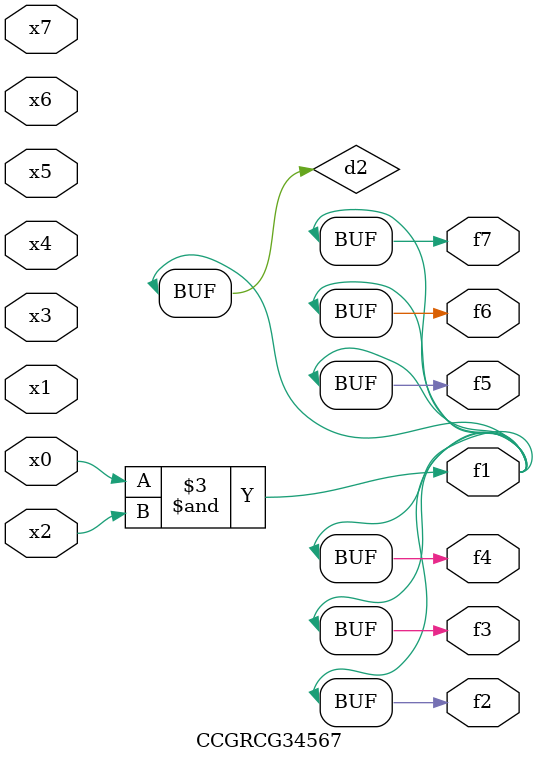
<source format=v>
module CCGRCG34567(
	input x0, x1, x2, x3, x4, x5, x6, x7,
	output f1, f2, f3, f4, f5, f6, f7
);

	wire d1, d2;

	nor (d1, x3, x6);
	and (d2, x0, x2);
	assign f1 = d2;
	assign f2 = d2;
	assign f3 = d2;
	assign f4 = d2;
	assign f5 = d2;
	assign f6 = d2;
	assign f7 = d2;
endmodule

</source>
